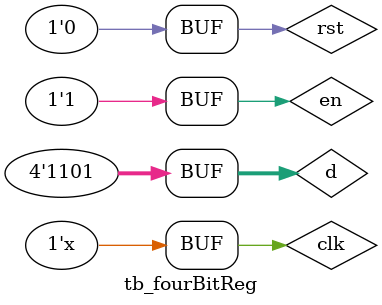
<source format=v>
`timescale 1ns / 1ps


module tb_fourBitReg(

    );
    
    reg clk, rst, en;
    reg[3:0] d;
    wire[3:0] q;
    
    fourBitReg uut(
        .clk(clk),
        .rst(rst),
        .en(en),
        .d(d),
        .q(q)
    );
    
    initial begin
        clk = 0;
        en = 0;
        rst = 0;
        #100;
        en = 1;
        rst = 1;
        #100;
        rst = 0;
        d = 4'b0101;    // 5
        #30;
        d = 4'b1010;    // a
        #30;
        d = 4'b1111;    //f
        #30;
        d = 4'b1101;    //d
    end
    
    always #10 clk = ~clk;
endmodule

</source>
